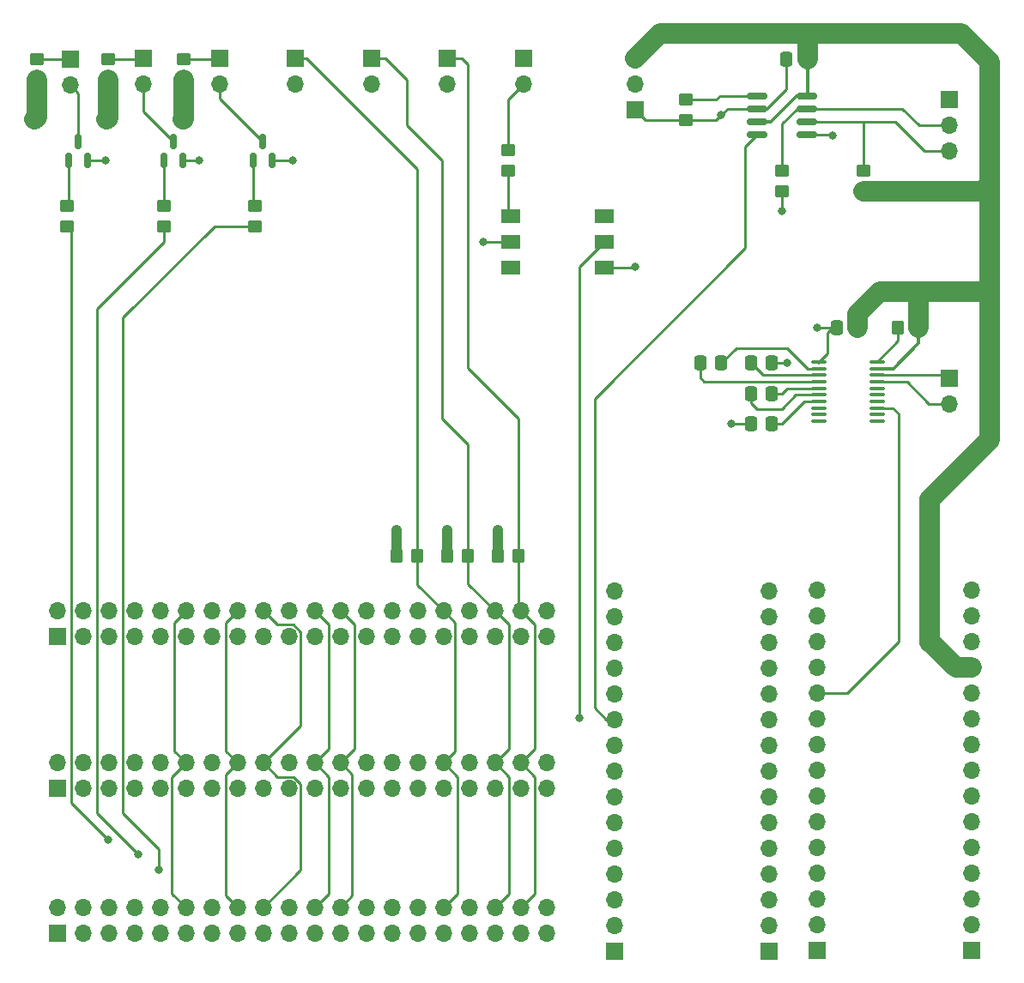
<source format=gbr>
%TF.GenerationSoftware,KiCad,Pcbnew,(5.99.0-11144-gea0c162604)*%
%TF.CreationDate,2021-09-24T14:59:39-05:00*%
%TF.ProjectId,The-Force-V2,5468652d-466f-4726-9365-2d56322e6b69,rev?*%
%TF.SameCoordinates,Original*%
%TF.FileFunction,Copper,L1,Top*%
%TF.FilePolarity,Positive*%
%FSLAX46Y46*%
G04 Gerber Fmt 4.6, Leading zero omitted, Abs format (unit mm)*
G04 Created by KiCad (PCBNEW (5.99.0-11144-gea0c162604)) date 2021-09-24 14:59:39*
%MOMM*%
%LPD*%
G01*
G04 APERTURE LIST*
G04 Aperture macros list*
%AMRoundRect*
0 Rectangle with rounded corners*
0 $1 Rounding radius*
0 $2 $3 $4 $5 $6 $7 $8 $9 X,Y pos of 4 corners*
0 Add a 4 corners polygon primitive as box body*
4,1,4,$2,$3,$4,$5,$6,$7,$8,$9,$2,$3,0*
0 Add four circle primitives for the rounded corners*
1,1,$1+$1,$2,$3*
1,1,$1+$1,$4,$5*
1,1,$1+$1,$6,$7*
1,1,$1+$1,$8,$9*
0 Add four rect primitives between the rounded corners*
20,1,$1+$1,$2,$3,$4,$5,0*
20,1,$1+$1,$4,$5,$6,$7,0*
20,1,$1+$1,$6,$7,$8,$9,0*
20,1,$1+$1,$8,$9,$2,$3,0*%
G04 Aperture macros list end*
%TA.AperFunction,SMDPad,CuDef*%
%ADD10RoundRect,0.250000X0.450000X-0.350000X0.450000X0.350000X-0.450000X0.350000X-0.450000X-0.350000X0*%
%TD*%
%TA.AperFunction,ComponentPad*%
%ADD11R,1.700000X1.700000*%
%TD*%
%TA.AperFunction,ComponentPad*%
%ADD12O,1.700000X1.700000*%
%TD*%
%TA.AperFunction,SMDPad,CuDef*%
%ADD13RoundRect,0.250000X-0.337500X-0.475000X0.337500X-0.475000X0.337500X0.475000X-0.337500X0.475000X0*%
%TD*%
%TA.AperFunction,SMDPad,CuDef*%
%ADD14RoundRect,0.250000X-0.450000X0.350000X-0.450000X-0.350000X0.450000X-0.350000X0.450000X0.350000X0*%
%TD*%
%TA.AperFunction,SMDPad,CuDef*%
%ADD15RoundRect,0.250000X0.337500X0.475000X-0.337500X0.475000X-0.337500X-0.475000X0.337500X-0.475000X0*%
%TD*%
%TA.AperFunction,SMDPad,CuDef*%
%ADD16RoundRect,0.250000X-0.350000X-0.450000X0.350000X-0.450000X0.350000X0.450000X-0.350000X0.450000X0*%
%TD*%
%TA.AperFunction,SMDPad,CuDef*%
%ADD17RoundRect,0.100000X-0.637500X-0.100000X0.637500X-0.100000X0.637500X0.100000X-0.637500X0.100000X0*%
%TD*%
%TA.AperFunction,SMDPad,CuDef*%
%ADD18RoundRect,0.250000X0.350000X0.450000X-0.350000X0.450000X-0.350000X-0.450000X0.350000X-0.450000X0*%
%TD*%
%TA.AperFunction,SMDPad,CuDef*%
%ADD19RoundRect,0.150000X0.150000X-0.587500X0.150000X0.587500X-0.150000X0.587500X-0.150000X-0.587500X0*%
%TD*%
%TA.AperFunction,SMDPad,CuDef*%
%ADD20RoundRect,0.150000X-0.825000X-0.150000X0.825000X-0.150000X0.825000X0.150000X-0.825000X0.150000X0*%
%TD*%
%TA.AperFunction,SMDPad,CuDef*%
%ADD21R,1.944599X1.345400*%
%TD*%
%TA.AperFunction,ViaPad*%
%ADD22C,0.800000*%
%TD*%
%TA.AperFunction,Conductor*%
%ADD23C,2.000000*%
%TD*%
%TA.AperFunction,Conductor*%
%ADD24C,0.250000*%
%TD*%
%TA.AperFunction,Conductor*%
%ADD25C,0.300000*%
%TD*%
%TA.AperFunction,Conductor*%
%ADD26C,1.000000*%
%TD*%
G04 APERTURE END LIST*
D10*
%TO.P,R5,1*%
%TO.N,+5V*%
X117500000Y-57000000D03*
%TO.P,R5,2*%
%TO.N,Net-(J13-Pad1)*%
X117500000Y-55000000D03*
%TD*%
D11*
%TO.P,J10,1,Pin_1*%
%TO.N,GND*%
X162000000Y-60000000D03*
D12*
%TO.P,J10,2,Pin_2*%
%TO.N,+12V*%
X162000000Y-57460000D03*
%TO.P,J10,3,Pin_3*%
%TO.N,+5V*%
X162000000Y-54920000D03*
%TD*%
D11*
%TO.P,J17,1,Pin_1*%
%TO.N,unconnected-(J17-Pad1)*%
X180000000Y-143000000D03*
D12*
%TO.P,J17,2,Pin_2*%
%TO.N,unconnected-(J17-Pad2)*%
X180000000Y-140460000D03*
%TO.P,J17,3,Pin_3*%
%TO.N,COMM_BIT_4*%
X180000000Y-137920000D03*
%TO.P,J17,4,Pin_4*%
%TO.N,COMM_BIT_3*%
X180000000Y-135380000D03*
%TO.P,J17,5,Pin_5*%
%TO.N,COMM_BIT_2*%
X180000000Y-132840000D03*
%TO.P,J17,6,Pin_6*%
%TO.N,COMM_BIT_1*%
X180000000Y-130300000D03*
%TO.P,J17,7,Pin_7*%
%TO.N,COMM_BIT_0*%
X180000000Y-127760000D03*
%TO.P,J17,8,Pin_8*%
%TO.N,unconnected-(J17-Pad8)*%
X180000000Y-125220000D03*
%TO.P,J17,9,Pin_9*%
%TO.N,unconnected-(J17-Pad9)*%
X180000000Y-122680000D03*
%TO.P,J17,10,Pin_10*%
%TO.N,DMX_DATA*%
X180000000Y-120140000D03*
%TO.P,J17,11,Pin_11*%
%TO.N,RS_232_DATA*%
X180000000Y-117600000D03*
%TO.P,J17,12,Pin_12*%
%TO.N,GND*%
X180000000Y-115060000D03*
%TO.P,J17,13,Pin_13*%
%TO.N,unconnected-(J17-Pad13)*%
X180000000Y-112520000D03*
%TO.P,J17,14,Pin_14*%
%TO.N,unconnected-(J17-Pad14)*%
X180000000Y-109980000D03*
%TO.P,J17,15,Pin_15*%
%TO.N,unconnected-(J17-Pad15)*%
X180000000Y-107440000D03*
%TD*%
D11*
%TO.P,J16,1,Pin_1*%
%TO.N,unconnected-(J16-Pad1)*%
X175240000Y-143020000D03*
D12*
%TO.P,J16,2,Pin_2*%
%TO.N,unconnected-(J16-Pad2)*%
X175240000Y-140480000D03*
%TO.P,J16,3,Pin_3*%
%TO.N,unconnected-(J16-Pad3)*%
X175240000Y-137940000D03*
%TO.P,J16,4,Pin_4*%
%TO.N,unconnected-(J16-Pad4)*%
X175240000Y-135400000D03*
%TO.P,J16,5,Pin_5*%
%TO.N,unconnected-(J16-Pad5)*%
X175240000Y-132860000D03*
%TO.P,J16,6,Pin_6*%
%TO.N,unconnected-(J16-Pad6)*%
X175240000Y-130320000D03*
%TO.P,J16,7,Pin_7*%
%TO.N,unconnected-(J16-Pad7)*%
X175240000Y-127780000D03*
%TO.P,J16,8,Pin_8*%
%TO.N,unconnected-(J16-Pad8)*%
X175240000Y-125240000D03*
%TO.P,J16,9,Pin_9*%
%TO.N,unconnected-(J16-Pad9)*%
X175240000Y-122700000D03*
%TO.P,J16,10,Pin_10*%
%TO.N,unconnected-(J16-Pad10)*%
X175240000Y-120160000D03*
%TO.P,J16,11,Pin_11*%
%TO.N,unconnected-(J16-Pad11)*%
X175240000Y-117620000D03*
%TO.P,J16,12,Pin_12*%
%TO.N,+5V*%
X175240000Y-115080000D03*
%TO.P,J16,13,Pin_13*%
%TO.N,unconnected-(J16-Pad13)*%
X175240000Y-112540000D03*
%TO.P,J16,14,Pin_14*%
%TO.N,GND*%
X175240000Y-110000000D03*
%TO.P,J16,15,Pin_15*%
%TO.N,unconnected-(J16-Pad15)*%
X175240000Y-107460000D03*
%TD*%
D13*
%TO.P,C1,1*%
%TO.N,GND*%
X176925000Y-55000000D03*
%TO.P,C1,2*%
%TO.N,+5V*%
X179000000Y-55000000D03*
%TD*%
D14*
%TO.P,R11,1*%
%TO.N,Net-(R11-Pad1)*%
X167000000Y-59000000D03*
%TO.P,R11,2*%
%TO.N,GND*%
X167000000Y-61000000D03*
%TD*%
D10*
%TO.P,R2,1*%
%TO.N,LED_ON*%
X106000000Y-71500000D03*
%TO.P,R2,2*%
%TO.N,Net-(Q1-Pad1)*%
X106000000Y-69500000D03*
%TD*%
D11*
%TO.P,J2,1,Pin_1*%
%TO.N,+3V3*%
X105000000Y-127000000D03*
D12*
%TO.P,J2,2,Pin_2*%
%TO.N,+5V*%
X105000000Y-124460000D03*
%TO.P,J2,3,Pin_3*%
%TO.N,unconnected-(J2-Pad3)*%
X107540000Y-127000000D03*
%TO.P,J2,4,Pin_4*%
%TO.N,+5V*%
X107540000Y-124460000D03*
%TO.P,J2,5,Pin_5*%
%TO.N,unconnected-(J2-Pad5)*%
X110080000Y-127000000D03*
%TO.P,J2,6,Pin_6*%
%TO.N,GND*%
X110080000Y-124460000D03*
%TO.P,J2,7,Pin_7*%
%TO.N,unconnected-(J2-Pad7)*%
X112620000Y-127000000D03*
%TO.P,J2,8,Pin_8*%
%TO.N,unconnected-(J2-Pad8)*%
X112620000Y-124460000D03*
%TO.P,J2,9,Pin_9*%
%TO.N,GND*%
X115160000Y-127000000D03*
%TO.P,J2,10,Pin_10*%
%TO.N,unconnected-(J2-Pad10)*%
X115160000Y-124460000D03*
%TO.P,J2,11,Pin_11*%
%TO.N,LED_ON*%
X117700000Y-127000000D03*
%TO.P,J2,12,Pin_12*%
%TO.N,COMM_BIT_0*%
X117700000Y-124460000D03*
%TO.P,J2,13,Pin_13*%
%TO.N,LED_PLAYING*%
X120240000Y-127000000D03*
%TO.P,J2,14,Pin_14*%
%TO.N,GND*%
X120240000Y-124460000D03*
%TO.P,J2,15,Pin_15*%
%TO.N,LED_MUTE*%
X122780000Y-127000000D03*
%TO.P,J2,16,Pin_16*%
%TO.N,COMM_BIT_1*%
X122780000Y-124460000D03*
%TO.P,J2,17,Pin_17*%
%TO.N,+3V3*%
X125320000Y-127000000D03*
%TO.P,J2,18,Pin_18*%
%TO.N,COMM_BIT_2*%
X125320000Y-124460000D03*
%TO.P,J2,19,Pin_19*%
%TO.N,unconnected-(J2-Pad19)*%
X127860000Y-127000000D03*
%TO.P,J2,20,Pin_20*%
%TO.N,GND*%
X127860000Y-124460000D03*
%TO.P,J2,21,Pin_21*%
%TO.N,unconnected-(J2-Pad21)*%
X130400000Y-127000000D03*
%TO.P,J2,22,Pin_22*%
%TO.N,COMM_BIT_3*%
X130400000Y-124460000D03*
%TO.P,J2,23,Pin_23*%
%TO.N,unconnected-(J2-Pad23)*%
X132940000Y-127000000D03*
%TO.P,J2,24,Pin_24*%
%TO.N,COMM_BIT_4*%
X132940000Y-124460000D03*
%TO.P,J2,25,Pin_25*%
%TO.N,GND*%
X135480000Y-127000000D03*
%TO.P,J2,26,Pin_26*%
%TO.N,unconnected-(J2-Pad26)*%
X135480000Y-124460000D03*
%TO.P,J2,27,Pin_27*%
%TO.N,unconnected-(J2-Pad27)*%
X138020000Y-127000000D03*
%TO.P,J2,28,Pin_28*%
%TO.N,unconnected-(J2-Pad28)*%
X138020000Y-124460000D03*
%TO.P,J2,29,Pin_29*%
%TO.N,unconnected-(J2-Pad29)*%
X140560000Y-127000000D03*
%TO.P,J2,30,Pin_30*%
%TO.N,GND*%
X140560000Y-124460000D03*
%TO.P,J2,31,Pin_31*%
X143100000Y-127000000D03*
%TO.P,J2,32,Pin_32*%
%TO.N,REBOOT*%
X143100000Y-124460000D03*
%TO.P,J2,33,Pin_33*%
%TO.N,unconnected-(J2-Pad33)*%
X145640000Y-127000000D03*
%TO.P,J2,34,Pin_34*%
%TO.N,GND*%
X145640000Y-124460000D03*
%TO.P,J2,35,Pin_35*%
%TO.N,unconnected-(J2-Pad35)*%
X148180000Y-127000000D03*
%TO.P,J2,36,Pin_36*%
%TO.N,SHUTDOWN*%
X148180000Y-124460000D03*
%TO.P,J2,37,Pin_37*%
%TO.N,START_BUTTON*%
X150720000Y-127000000D03*
%TO.P,J2,38,Pin_38*%
%TO.N,MUTE*%
X150720000Y-124460000D03*
%TO.P,J2,39,Pin_39*%
%TO.N,GND*%
X153260000Y-127000000D03*
%TO.P,J2,40,Pin_40*%
%TO.N,unconnected-(J2-Pad40)*%
X153260000Y-124460000D03*
%TD*%
D13*
%TO.P,C6,1*%
%TO.N,GND*%
X181900000Y-81500000D03*
%TO.P,C6,2*%
%TO.N,+5V*%
X183975000Y-81500000D03*
%TD*%
D11*
%TO.P,J8,1,Pin_1*%
%TO.N,SHUTDOWN*%
X136000000Y-54920000D03*
D12*
%TO.P,J8,2,Pin_2*%
%TO.N,GND*%
X136000000Y-57460000D03*
%TD*%
D10*
%TO.P,R3,1*%
%TO.N,+5V*%
X110000000Y-57000000D03*
%TO.P,R3,2*%
%TO.N,Net-(J12-Pad1)*%
X110000000Y-55000000D03*
%TD*%
%TO.P,R6,1*%
%TO.N,LED_MUTE*%
X124500000Y-71500000D03*
%TO.P,R6,2*%
%TO.N,Net-(Q3-Pad1)*%
X124500000Y-69500000D03*
%TD*%
D15*
%TO.P,C5,1*%
%TO.N,GND*%
X175500000Y-85000000D03*
%TO.P,C5,2*%
%TO.N,/DMX_RS232/V+*%
X173425000Y-85000000D03*
%TD*%
D16*
%TO.P,R9,1*%
%TO.N,+3V3*%
X143500000Y-104000000D03*
%TO.P,R9,2*%
%TO.N,SHUTDOWN*%
X145500000Y-104000000D03*
%TD*%
D11*
%TO.P,J3,1,Pin_1*%
%TO.N,+3V3*%
X105000000Y-112000000D03*
D12*
%TO.P,J3,2,Pin_2*%
%TO.N,+5V*%
X105000000Y-109460000D03*
%TO.P,J3,3,Pin_3*%
%TO.N,unconnected-(J3-Pad3)*%
X107540000Y-112000000D03*
%TO.P,J3,4,Pin_4*%
%TO.N,+5V*%
X107540000Y-109460000D03*
%TO.P,J3,5,Pin_5*%
%TO.N,unconnected-(J3-Pad5)*%
X110080000Y-112000000D03*
%TO.P,J3,6,Pin_6*%
%TO.N,GND*%
X110080000Y-109460000D03*
%TO.P,J3,7,Pin_7*%
%TO.N,unconnected-(J3-Pad7)*%
X112620000Y-112000000D03*
%TO.P,J3,8,Pin_8*%
%TO.N,unconnected-(J3-Pad8)*%
X112620000Y-109460000D03*
%TO.P,J3,9,Pin_9*%
%TO.N,GND*%
X115160000Y-112000000D03*
%TO.P,J3,10,Pin_10*%
%TO.N,unconnected-(J3-Pad10)*%
X115160000Y-109460000D03*
%TO.P,J3,11,Pin_11*%
%TO.N,unconnected-(J3-Pad11)*%
X117700000Y-112000000D03*
%TO.P,J3,12,Pin_12*%
%TO.N,COMM_BIT_0*%
X117700000Y-109460000D03*
%TO.P,J3,13,Pin_13*%
%TO.N,unconnected-(J3-Pad13)*%
X120240000Y-112000000D03*
%TO.P,J3,14,Pin_14*%
%TO.N,GND*%
X120240000Y-109460000D03*
%TO.P,J3,15,Pin_15*%
%TO.N,unconnected-(J3-Pad15)*%
X122780000Y-112000000D03*
%TO.P,J3,16,Pin_16*%
%TO.N,COMM_BIT_1*%
X122780000Y-109460000D03*
%TO.P,J3,17,Pin_17*%
%TO.N,+3V3*%
X125320000Y-112000000D03*
%TO.P,J3,18,Pin_18*%
%TO.N,COMM_BIT_2*%
X125320000Y-109460000D03*
%TO.P,J3,19,Pin_19*%
%TO.N,unconnected-(J3-Pad19)*%
X127860000Y-112000000D03*
%TO.P,J3,20,Pin_20*%
%TO.N,GND*%
X127860000Y-109460000D03*
%TO.P,J3,21,Pin_21*%
%TO.N,unconnected-(J3-Pad21)*%
X130400000Y-112000000D03*
%TO.P,J3,22,Pin_22*%
%TO.N,COMM_BIT_3*%
X130400000Y-109460000D03*
%TO.P,J3,23,Pin_23*%
%TO.N,unconnected-(J3-Pad23)*%
X132940000Y-112000000D03*
%TO.P,J3,24,Pin_24*%
%TO.N,COMM_BIT_4*%
X132940000Y-109460000D03*
%TO.P,J3,25,Pin_25*%
%TO.N,GND*%
X135480000Y-112000000D03*
%TO.P,J3,26,Pin_26*%
%TO.N,unconnected-(J3-Pad26)*%
X135480000Y-109460000D03*
%TO.P,J3,27,Pin_27*%
%TO.N,unconnected-(J3-Pad27)*%
X138020000Y-112000000D03*
%TO.P,J3,28,Pin_28*%
%TO.N,unconnected-(J3-Pad28)*%
X138020000Y-109460000D03*
%TO.P,J3,29,Pin_29*%
%TO.N,unconnected-(J3-Pad29)*%
X140560000Y-112000000D03*
%TO.P,J3,30,Pin_30*%
%TO.N,GND*%
X140560000Y-109460000D03*
%TO.P,J3,31,Pin_31*%
%TO.N,unconnected-(J3-Pad31)*%
X143100000Y-112000000D03*
%TO.P,J3,32,Pin_32*%
%TO.N,REBOOT*%
X143100000Y-109460000D03*
%TO.P,J3,33,Pin_33*%
%TO.N,GND*%
X145640000Y-112000000D03*
%TO.P,J3,34,Pin_34*%
X145640000Y-109460000D03*
%TO.P,J3,35,Pin_35*%
%TO.N,unconnected-(J3-Pad35)*%
X148180000Y-112000000D03*
%TO.P,J3,36,Pin_36*%
%TO.N,SHUTDOWN*%
X148180000Y-109460000D03*
%TO.P,J3,37,Pin_37*%
%TO.N,unconnected-(J3-Pad37)*%
X150720000Y-112000000D03*
%TO.P,J3,38,Pin_38*%
%TO.N,MUTE*%
X150720000Y-109460000D03*
%TO.P,J3,39,Pin_39*%
%TO.N,GND*%
X153260000Y-112000000D03*
%TO.P,J3,40,Pin_40*%
%TO.N,unconnected-(J3-Pad40)*%
X153260000Y-109460000D03*
%TD*%
D17*
%TO.P,U2,1,\u002AEN*%
%TO.N,GND*%
X180137500Y-84875000D03*
%TO.P,U2,2,C1+*%
%TO.N,Net-(C2-Pad2)*%
X180137500Y-85525000D03*
%TO.P,U2,3,V+*%
%TO.N,/DMX_RS232/V+*%
X180137500Y-86175000D03*
%TO.P,U2,4,C1-*%
%TO.N,Net-(C2-Pad1)*%
X180137500Y-86825000D03*
%TO.P,U2,5,C2+*%
%TO.N,Net-(C3-Pad2)*%
X180137500Y-87475000D03*
%TO.P,U2,6,C2-*%
%TO.N,Net-(C3-Pad1)*%
X180137500Y-88125000D03*
%TO.P,U2,7,V-*%
%TO.N,Net-(C4-Pad2)*%
X180137500Y-88775000D03*
%TO.P,U2,8,T2OUT*%
%TO.N,unconnected-(U2-Pad8)*%
X180137500Y-89425000D03*
%TO.P,U2,9,R2IN*%
%TO.N,unconnected-(U2-Pad9)*%
X180137500Y-90075000D03*
%TO.P,U2,10,R2OUT*%
%TO.N,unconnected-(U2-Pad10)*%
X180137500Y-90725000D03*
%TO.P,U2,11,NC*%
%TO.N,unconnected-(U2-Pad11)*%
X185862500Y-90725000D03*
%TO.P,U2,12,T2IN*%
%TO.N,unconnected-(U2-Pad12)*%
X185862500Y-90075000D03*
%TO.P,U2,13,T1IN*%
%TO.N,RS_232_DATA*%
X185862500Y-89425000D03*
%TO.P,U2,14,NC*%
%TO.N,unconnected-(U2-Pad14)*%
X185862500Y-88775000D03*
%TO.P,U2,15,R1OUT*%
%TO.N,unconnected-(U2-Pad15)*%
X185862500Y-88125000D03*
%TO.P,U2,16,R1IN*%
%TO.N,unconnected-(U2-Pad16)*%
X185862500Y-87475000D03*
%TO.P,U2,17,T1OUT*%
%TO.N,RS232_OUT*%
X185862500Y-86825000D03*
%TO.P,U2,18,GND*%
%TO.N,GND*%
X185862500Y-86175000D03*
%TO.P,U2,19,VCC*%
%TO.N,+5V*%
X185862500Y-85525000D03*
%TO.P,U2,20,\u002ASHDN*%
%TO.N,Net-(R12-Pad2)*%
X185862500Y-84875000D03*
%TD*%
D18*
%TO.P,R12,1*%
%TO.N,+5V*%
X189950000Y-81500000D03*
%TO.P,R12,2*%
%TO.N,Net-(R12-Pad2)*%
X187950000Y-81500000D03*
%TD*%
D10*
%TO.P,R4,1*%
%TO.N,LED_PLAYING*%
X115500000Y-71500000D03*
%TO.P,R4,2*%
%TO.N,Net-(Q2-Pad1)*%
X115500000Y-69500000D03*
%TD*%
D11*
%TO.P,J5,1,Pin_1*%
%TO.N,+12V*%
X151000000Y-54920000D03*
D12*
%TO.P,J5,2,Pin_2*%
%TO.N,Net-(J5-Pad2)*%
X151000000Y-57460000D03*
%TD*%
D11*
%TO.P,J13,1,Pin_1*%
%TO.N,Net-(J13-Pad1)*%
X121000000Y-54920000D03*
D12*
%TO.P,J13,2,Pin_2*%
%TO.N,Net-(J13-Pad2)*%
X121000000Y-57460000D03*
%TD*%
D13*
%TO.P,C2,1*%
%TO.N,Net-(C2-Pad1)*%
X168425000Y-85000000D03*
%TO.P,C2,2*%
%TO.N,Net-(C2-Pad2)*%
X170500000Y-85000000D03*
%TD*%
D19*
%TO.P,Q2,1,B*%
%TO.N,Net-(Q2-Pad1)*%
X115500000Y-65000000D03*
%TO.P,Q2,2,E*%
%TO.N,GND*%
X117400000Y-65000000D03*
%TO.P,Q2,3,C*%
%TO.N,Net-(J12-Pad2)*%
X116450000Y-63125000D03*
%TD*%
D11*
%TO.P,J9,1,Pin_1*%
%TO.N,MUTE*%
X143500000Y-54920000D03*
D12*
%TO.P,J9,2,Pin_2*%
%TO.N,GND*%
X143500000Y-57460000D03*
%TD*%
D10*
%TO.P,R1,1*%
%TO.N,+5V*%
X103000000Y-57000000D03*
%TO.P,R1,2*%
%TO.N,Net-(J11-Pad1)*%
X103000000Y-55000000D03*
%TD*%
D11*
%TO.P,J12,1,Pin_1*%
%TO.N,Net-(J12-Pad1)*%
X113500000Y-54920000D03*
D12*
%TO.P,J12,2,Pin_2*%
%TO.N,Net-(J12-Pad2)*%
X113500000Y-57460000D03*
%TD*%
D11*
%TO.P,J15,1,Pin_1*%
%TO.N,unconnected-(J15-Pad1)*%
X160000000Y-143020000D03*
D12*
%TO.P,J15,2,Pin_2*%
%TO.N,unconnected-(J15-Pad2)*%
X160000000Y-140480000D03*
%TO.P,J15,3,Pin_3*%
%TO.N,COMM_BIT_4*%
X160000000Y-137940000D03*
%TO.P,J15,4,Pin_4*%
%TO.N,COMM_BIT_3*%
X160000000Y-135400000D03*
%TO.P,J15,5,Pin_5*%
%TO.N,COMM_BIT_2*%
X160000000Y-132860000D03*
%TO.P,J15,6,Pin_6*%
%TO.N,COMM_BIT_1*%
X160000000Y-130320000D03*
%TO.P,J15,7,Pin_7*%
%TO.N,COMM_BIT_0*%
X160000000Y-127780000D03*
%TO.P,J15,8,Pin_8*%
%TO.N,unconnected-(J15-Pad8)*%
X160000000Y-125240000D03*
%TO.P,J15,9,Pin_9*%
%TO.N,unconnected-(J15-Pad9)*%
X160000000Y-122700000D03*
%TO.P,J15,10,Pin_10*%
%TO.N,DMX_DATA*%
X160000000Y-120160000D03*
%TO.P,J15,11,Pin_11*%
%TO.N,RS_232_DATA*%
X160000000Y-117620000D03*
%TO.P,J15,12,Pin_12*%
%TO.N,GND*%
X160000000Y-115080000D03*
%TO.P,J15,13,Pin_13*%
%TO.N,unconnected-(J15-Pad13)*%
X160000000Y-112540000D03*
%TO.P,J15,14,Pin_14*%
%TO.N,unconnected-(J15-Pad14)*%
X160000000Y-110000000D03*
%TO.P,J15,15,Pin_15*%
%TO.N,unconnected-(J15-Pad15)*%
X160000000Y-107460000D03*
%TD*%
D11*
%TO.P,J4,1*%
%TO.N,GND*%
X193000000Y-59000000D03*
D12*
%TO.P,J4,2*%
%TO.N,DMXB*%
X193000000Y-61540000D03*
%TO.P,J4,3*%
%TO.N,DMXA*%
X193000000Y-64080000D03*
%TD*%
D19*
%TO.P,Q3,1,B*%
%TO.N,Net-(Q3-Pad1)*%
X124300000Y-65000000D03*
%TO.P,Q3,2,E*%
%TO.N,GND*%
X126200000Y-65000000D03*
%TO.P,Q3,3,C*%
%TO.N,Net-(J13-Pad2)*%
X125250000Y-63125000D03*
%TD*%
D13*
%TO.P,C3,1*%
%TO.N,Net-(C3-Pad1)*%
X173425000Y-88000000D03*
%TO.P,C3,2*%
%TO.N,Net-(C3-Pad2)*%
X175500000Y-88000000D03*
%TD*%
D11*
%TO.P,J1,1,Pin_1*%
%TO.N,+3V3*%
X105000000Y-141275000D03*
D12*
%TO.P,J1,2,Pin_2*%
%TO.N,+5V*%
X105000000Y-138735000D03*
%TO.P,J1,3,Pin_3*%
%TO.N,unconnected-(J1-Pad3)*%
X107540000Y-141275000D03*
%TO.P,J1,4,Pin_4*%
%TO.N,+5V*%
X107540000Y-138735000D03*
%TO.P,J1,5,Pin_5*%
%TO.N,unconnected-(J1-Pad5)*%
X110080000Y-141275000D03*
%TO.P,J1,6,Pin_6*%
%TO.N,GND*%
X110080000Y-138735000D03*
%TO.P,J1,7,Pin_7*%
%TO.N,unconnected-(J1-Pad7)*%
X112620000Y-141275000D03*
%TO.P,J1,8,Pin_8*%
%TO.N,unconnected-(J1-Pad8)*%
X112620000Y-138735000D03*
%TO.P,J1,9,Pin_9*%
%TO.N,GND*%
X115160000Y-141275000D03*
%TO.P,J1,10,Pin_10*%
%TO.N,unconnected-(J1-Pad10)*%
X115160000Y-138735000D03*
%TO.P,J1,11,Pin_11*%
%TO.N,unconnected-(J1-Pad11)*%
X117700000Y-141275000D03*
%TO.P,J1,12,Pin_12*%
%TO.N,COMM_BIT_0*%
X117700000Y-138735000D03*
%TO.P,J1,13,Pin_13*%
%TO.N,unconnected-(J1-Pad13)*%
X120240000Y-141275000D03*
%TO.P,J1,14,Pin_14*%
%TO.N,GND*%
X120240000Y-138735000D03*
%TO.P,J1,15,Pin_15*%
%TO.N,unconnected-(J1-Pad15)*%
X122780000Y-141275000D03*
%TO.P,J1,16,Pin_16*%
%TO.N,COMM_BIT_1*%
X122780000Y-138735000D03*
%TO.P,J1,17,Pin_17*%
%TO.N,+3V3*%
X125320000Y-141275000D03*
%TO.P,J1,18,Pin_18*%
%TO.N,COMM_BIT_2*%
X125320000Y-138735000D03*
%TO.P,J1,19,Pin_19*%
%TO.N,unconnected-(J1-Pad19)*%
X127860000Y-141275000D03*
%TO.P,J1,20,Pin_20*%
%TO.N,GND*%
X127860000Y-138735000D03*
%TO.P,J1,21,Pin_21*%
%TO.N,unconnected-(J1-Pad21)*%
X130400000Y-141275000D03*
%TO.P,J1,22,Pin_22*%
%TO.N,COMM_BIT_3*%
X130400000Y-138735000D03*
%TO.P,J1,23,Pin_23*%
%TO.N,unconnected-(J1-Pad23)*%
X132940000Y-141275000D03*
%TO.P,J1,24,Pin_24*%
%TO.N,COMM_BIT_4*%
X132940000Y-138735000D03*
%TO.P,J1,25,Pin_25*%
%TO.N,GND*%
X135480000Y-141275000D03*
%TO.P,J1,26,Pin_26*%
%TO.N,unconnected-(J1-Pad26)*%
X135480000Y-138735000D03*
%TO.P,J1,27,Pin_27*%
%TO.N,unconnected-(J1-Pad27)*%
X138020000Y-141275000D03*
%TO.P,J1,28,Pin_28*%
%TO.N,unconnected-(J1-Pad28)*%
X138020000Y-138735000D03*
%TO.P,J1,29,Pin_29*%
%TO.N,GND*%
X140560000Y-141275000D03*
%TO.P,J1,30,Pin_30*%
X140560000Y-138735000D03*
%TO.P,J1,31,Pin_31*%
%TO.N,unconnected-(J1-Pad31)*%
X143100000Y-141275000D03*
%TO.P,J1,32,Pin_32*%
%TO.N,REBOOT*%
X143100000Y-138735000D03*
%TO.P,J1,33,Pin_33*%
%TO.N,unconnected-(J1-Pad33)*%
X145640000Y-141275000D03*
%TO.P,J1,34,Pin_34*%
%TO.N,GND*%
X145640000Y-138735000D03*
%TO.P,J1,35,Pin_35*%
%TO.N,unconnected-(J1-Pad35)*%
X148180000Y-141275000D03*
%TO.P,J1,36,Pin_36*%
%TO.N,SHUTDOWN*%
X148180000Y-138735000D03*
%TO.P,J1,37,Pin_37*%
%TO.N,unconnected-(J1-Pad37)*%
X150720000Y-141275000D03*
%TO.P,J1,38,Pin_38*%
%TO.N,MUTE*%
X150720000Y-138735000D03*
%TO.P,J1,39,Pin_39*%
%TO.N,GND*%
X153260000Y-141275000D03*
%TO.P,J1,40,Pin_40*%
%TO.N,unconnected-(J1-Pad40)*%
X153260000Y-138735000D03*
%TD*%
D14*
%TO.P,R14,1*%
%TO.N,DMXB*%
X176500000Y-66000000D03*
%TO.P,R14,2*%
%TO.N,GND*%
X176500000Y-68000000D03*
%TD*%
D20*
%TO.P,U1,1,R*%
%TO.N,Net-(R11-Pad1)*%
X174025000Y-58595000D03*
%TO.P,U1,2,\u002ARE*%
%TO.N,GND*%
X174025000Y-59865000D03*
%TO.P,U1,3,DE*%
%TO.N,+5V*%
X174025000Y-61135000D03*
%TO.P,U1,4,D*%
%TO.N,DMX_DATA*%
X174025000Y-62405000D03*
%TO.P,U1,5,GND*%
%TO.N,GND*%
X178975000Y-62405000D03*
%TO.P,U1,6,A*%
%TO.N,DMXA*%
X178975000Y-61135000D03*
%TO.P,U1,7,B*%
%TO.N,DMXB*%
X178975000Y-59865000D03*
%TO.P,U1,8,VCC*%
%TO.N,+5V*%
X178975000Y-58595000D03*
%TD*%
D16*
%TO.P,R8,1*%
%TO.N,+3V3*%
X138500000Y-104000000D03*
%TO.P,R8,2*%
%TO.N,REBOOT*%
X140500000Y-104000000D03*
%TD*%
%TO.P,R10,1*%
%TO.N,+3V3*%
X148500000Y-104000000D03*
%TO.P,R10,2*%
%TO.N,MUTE*%
X150500000Y-104000000D03*
%TD*%
D19*
%TO.P,Q1,1,B*%
%TO.N,Net-(Q1-Pad1)*%
X106100000Y-65000000D03*
%TO.P,Q1,2,E*%
%TO.N,GND*%
X108000000Y-65000000D03*
%TO.P,Q1,3,C*%
%TO.N,Net-(J11-Pad2)*%
X107050000Y-63125000D03*
%TD*%
D11*
%TO.P,J7,1,Pin_1*%
%TO.N,REBOOT*%
X128500000Y-54920000D03*
D12*
%TO.P,J7,2,Pin_2*%
%TO.N,GND*%
X128500000Y-57460000D03*
%TD*%
D11*
%TO.P,J6,1,Pin_1*%
%TO.N,GND*%
X193000000Y-86460000D03*
D12*
%TO.P,J6,2,Pin_2*%
%TO.N,RS232_OUT*%
X193000000Y-89000000D03*
%TD*%
D13*
%TO.P,C4,1*%
%TO.N,GND*%
X173425000Y-91000000D03*
%TO.P,C4,2*%
%TO.N,Net-(C4-Pad2)*%
X175500000Y-91000000D03*
%TD*%
D14*
%TO.P,R7,1*%
%TO.N,Net-(J5-Pad2)*%
X149500000Y-64000000D03*
%TO.P,R7,2*%
%TO.N,Net-(R7-Pad2)*%
X149500000Y-66000000D03*
%TD*%
D11*
%TO.P,J14,1,Pin_1*%
%TO.N,unconnected-(J14-Pad1)*%
X195240000Y-142970000D03*
D12*
%TO.P,J14,2,Pin_2*%
%TO.N,unconnected-(J14-Pad2)*%
X195240000Y-140430000D03*
%TO.P,J14,3,Pin_3*%
%TO.N,unconnected-(J14-Pad3)*%
X195240000Y-137890000D03*
%TO.P,J14,4,Pin_4*%
%TO.N,unconnected-(J14-Pad4)*%
X195240000Y-135350000D03*
%TO.P,J14,5,Pin_5*%
%TO.N,unconnected-(J14-Pad5)*%
X195240000Y-132810000D03*
%TO.P,J14,6,Pin_6*%
%TO.N,unconnected-(J14-Pad6)*%
X195240000Y-130270000D03*
%TO.P,J14,7,Pin_7*%
%TO.N,unconnected-(J14-Pad7)*%
X195240000Y-127730000D03*
%TO.P,J14,8,Pin_8*%
%TO.N,unconnected-(J14-Pad8)*%
X195240000Y-125190000D03*
%TO.P,J14,9,Pin_9*%
%TO.N,unconnected-(J14-Pad9)*%
X195240000Y-122650000D03*
%TO.P,J14,10,Pin_10*%
%TO.N,unconnected-(J14-Pad10)*%
X195240000Y-120110000D03*
%TO.P,J14,11,Pin_11*%
%TO.N,unconnected-(J14-Pad11)*%
X195240000Y-117570000D03*
%TO.P,J14,12,Pin_12*%
%TO.N,+5V*%
X195240000Y-115030000D03*
%TO.P,J14,13,Pin_13*%
%TO.N,unconnected-(J14-Pad13)*%
X195240000Y-112490000D03*
%TO.P,J14,14,Pin_14*%
%TO.N,GND*%
X195240000Y-109950000D03*
%TO.P,J14,15,Pin_15*%
%TO.N,unconnected-(J14-Pad15)*%
X195240000Y-107410000D03*
%TD*%
D11*
%TO.P,J11,1,Pin_1*%
%TO.N,Net-(J11-Pad1)*%
X106270000Y-55027500D03*
D12*
%TO.P,J11,2,Pin_2*%
%TO.N,Net-(J11-Pad2)*%
X106270000Y-57567500D03*
%TD*%
D14*
%TO.P,R13,1*%
%TO.N,DMXA*%
X184500000Y-66000000D03*
%TO.P,R13,2*%
%TO.N,+5V*%
X184500000Y-68000000D03*
%TD*%
D21*
%TO.P,TR1,1,1*%
%TO.N,Net-(R7-Pad2)*%
X149779800Y-70460000D03*
%TO.P,TR1,2,2*%
%TO.N,GND*%
X149779800Y-73000000D03*
%TO.P,TR1,3,3*%
%TO.N,unconnected-(TR1-Pad3)*%
X149779800Y-75540000D03*
%TO.P,TR1,4,4*%
%TO.N,GND*%
X159000000Y-75540000D03*
%TO.P,TR1,5,5*%
%TO.N,START_BUTTON*%
X159000000Y-73000000D03*
%TO.P,TR1,6,6*%
%TO.N,unconnected-(TR1-Pad6)*%
X159000000Y-70460000D03*
%TD*%
D22*
%TO.N,GND*%
X147000000Y-73000000D03*
X170500000Y-60500000D03*
X109800000Y-65000000D03*
X180000000Y-81500000D03*
X181500000Y-62500000D03*
X177000000Y-85000000D03*
X119000000Y-65000000D03*
X171500000Y-91000000D03*
X128200000Y-65000000D03*
X176500000Y-70000000D03*
X162000000Y-75500000D03*
%TO.N,+5V*%
X117440000Y-60950000D03*
X109880000Y-60950000D03*
X191080000Y-98470000D03*
X102770000Y-60950000D03*
%TO.N,+3V3*%
X143500000Y-101500000D03*
X138500000Y-101500000D03*
X148500000Y-101500000D03*
%TO.N,LED_ON*%
X110000000Y-132000000D03*
%TO.N,LED_PLAYING*%
X113000000Y-133500000D03*
%TO.N,LED_MUTE*%
X115000000Y-135000000D03*
%TO.N,START_BUTTON*%
X156500000Y-120000000D03*
%TD*%
D23*
%TO.N,+5V*%
X189950000Y-78050000D02*
X190050000Y-77950000D01*
X189950000Y-81500000D02*
X189950000Y-78050000D01*
X190050000Y-77950000D02*
X196550000Y-77950000D01*
X186154538Y-77950000D02*
X190050000Y-77950000D01*
X183975000Y-81500000D02*
X183975000Y-80129538D01*
X196970000Y-77530000D02*
X196970000Y-92580000D01*
X196550000Y-77950000D02*
X196970000Y-77530000D01*
X196970000Y-67300000D02*
X196970000Y-77530000D01*
X183975000Y-80129538D02*
X186154538Y-77950000D01*
X196970000Y-92580000D02*
X191080000Y-98470000D01*
D24*
%TO.N,GND*%
X171135000Y-59865000D02*
X174025000Y-59865000D01*
X173425000Y-91000000D02*
X171500000Y-91000000D01*
X170500000Y-60500000D02*
X171135000Y-59865000D01*
X181900000Y-81500000D02*
X180000000Y-81500000D01*
X181405000Y-62405000D02*
X181500000Y-62500000D01*
X167000000Y-61000000D02*
X170000000Y-61000000D01*
X192715000Y-86175000D02*
X193000000Y-86460000D01*
X117400000Y-65000000D02*
X119000000Y-65000000D01*
X167000000Y-61000000D02*
X163000000Y-61000000D01*
X163000000Y-61000000D02*
X162000000Y-60000000D01*
X176925000Y-55000000D02*
X176925000Y-57940000D01*
X126200000Y-65000000D02*
X128200000Y-65000000D01*
X161960000Y-75540000D02*
X162000000Y-75500000D01*
X178975000Y-62405000D02*
X181405000Y-62405000D01*
X108000000Y-65000000D02*
X109800000Y-65000000D01*
X149779800Y-73000000D02*
X147000000Y-73000000D01*
X175000000Y-59865000D02*
X174025000Y-59865000D01*
X170000000Y-61000000D02*
X170500000Y-60500000D01*
X176500000Y-68000000D02*
X176500000Y-70000000D01*
X180137500Y-84875000D02*
X181000000Y-84012500D01*
X181000000Y-84012500D02*
X181000000Y-82000000D01*
X181500000Y-81500000D02*
X181900000Y-81500000D01*
X175500000Y-85000000D02*
X177000000Y-85000000D01*
X185862500Y-86175000D02*
X192715000Y-86175000D01*
X159000000Y-75540000D02*
X161960000Y-75540000D01*
X176925000Y-57940000D02*
X175000000Y-59865000D01*
X181000000Y-82000000D02*
X181500000Y-81500000D01*
X180012500Y-85000000D02*
X180137500Y-84875000D01*
%TO.N,RS_232_DATA*%
X182920000Y-117580000D02*
X180000000Y-117580000D01*
X188000000Y-90000000D02*
X188000000Y-112500000D01*
X187425000Y-89425000D02*
X188000000Y-90000000D01*
X188000000Y-112500000D02*
X182920000Y-117580000D01*
X185862500Y-89425000D02*
X187425000Y-89425000D01*
%TO.N,DMX_DATA*%
X172840000Y-63590000D02*
X172840000Y-73660000D01*
X158000000Y-119000000D02*
X159160000Y-120160000D01*
X172840000Y-73660000D02*
X158000000Y-88500000D01*
X174025000Y-62405000D02*
X172840000Y-63590000D01*
X159160000Y-120160000D02*
X160000000Y-120160000D01*
X158000000Y-88500000D02*
X158000000Y-119000000D01*
%TO.N,COMM_BIT_0*%
X117700000Y-124460000D02*
X116334511Y-125825489D01*
X116334511Y-137369511D02*
X117700000Y-138735000D01*
X116525489Y-123285489D02*
X117700000Y-124460000D01*
X116334511Y-125825489D02*
X116334511Y-137369511D01*
X116525489Y-110634511D02*
X116525489Y-123285489D01*
X117700000Y-109460000D02*
X116525489Y-110634511D01*
%TO.N,COMM_BIT_1*%
X121605489Y-137560489D02*
X122780000Y-138735000D01*
X121605489Y-123285489D02*
X122780000Y-124460000D01*
X122780000Y-109460000D02*
X121605489Y-110634511D01*
X121605489Y-125634511D02*
X121605489Y-137560489D01*
X121605489Y-110634511D02*
X121605489Y-123285489D01*
X122780000Y-124460000D02*
X121605489Y-125634511D01*
%TO.N,COMM_BIT_2*%
X126685489Y-110825489D02*
X128346499Y-110825489D01*
X128346499Y-125825489D02*
X129034511Y-126513501D01*
X128346499Y-110825489D02*
X129034511Y-111513501D01*
X126685489Y-125825489D02*
X128346499Y-125825489D01*
X129034511Y-111513501D02*
X129034511Y-120745489D01*
X129034511Y-135020489D02*
X125320000Y-138735000D01*
X129034511Y-126513501D02*
X129034511Y-135020489D01*
X125320000Y-109460000D02*
X126685489Y-110825489D01*
X129034511Y-120745489D02*
X125320000Y-124460000D01*
X125320000Y-124460000D02*
X126685489Y-125825489D01*
D23*
%TO.N,+5V*%
X103000000Y-57000000D02*
X103000000Y-60720000D01*
X117500000Y-57000000D02*
X117500000Y-60890000D01*
X103000000Y-60720000D02*
X102770000Y-60950000D01*
D24*
X189950000Y-80800000D02*
X189950000Y-81500000D01*
D23*
X194180000Y-52470000D02*
X196970000Y-55260000D01*
D25*
X189950000Y-82950000D02*
X189950000Y-81500000D01*
D23*
X110000000Y-60830000D02*
X109880000Y-60950000D01*
X179010000Y-53150000D02*
X178330000Y-52470000D01*
X164450000Y-52470000D02*
X162000000Y-54920000D01*
X193660000Y-115030000D02*
X195240000Y-115030000D01*
X196970000Y-55260000D02*
X196970000Y-67300000D01*
X191180000Y-112550000D02*
X193660000Y-115030000D01*
X178330000Y-52470000D02*
X164450000Y-52470000D01*
D25*
X175365000Y-61135000D02*
X177905000Y-58595000D01*
X174025000Y-61135000D02*
X175365000Y-61135000D01*
X177905000Y-58595000D02*
X178975000Y-58595000D01*
D23*
X179000000Y-54205498D02*
X179010000Y-54195498D01*
D25*
X187475000Y-85525000D02*
X190000000Y-83000000D01*
D23*
X179000000Y-55000000D02*
X179000000Y-54205498D01*
D25*
X185862500Y-85525000D02*
X187475000Y-85525000D01*
D23*
X110000000Y-57000000D02*
X110000000Y-60830000D01*
X117500000Y-60890000D02*
X117440000Y-60950000D01*
D25*
X179000000Y-58570000D02*
X178975000Y-58595000D01*
D23*
X191080000Y-98470000D02*
X191080000Y-112550000D01*
D24*
X190000000Y-80750000D02*
X189950000Y-80800000D01*
D23*
X196270000Y-68000000D02*
X196970000Y-67300000D01*
X191080000Y-112550000D02*
X191180000Y-112550000D01*
D25*
X179000000Y-55000000D02*
X179000000Y-58570000D01*
D23*
X184500000Y-68000000D02*
X196270000Y-68000000D01*
X178330000Y-52470000D02*
X194180000Y-52470000D01*
D25*
X190000000Y-83000000D02*
X189950000Y-82950000D01*
D23*
X179010000Y-54195498D02*
X179010000Y-53150000D01*
D24*
%TO.N,COMM_BIT_3*%
X131765489Y-110825489D02*
X131765489Y-123094511D01*
X130400000Y-109460000D02*
X131765489Y-110825489D01*
X131765489Y-137369511D02*
X130400000Y-138735000D01*
X130400000Y-124460000D02*
X131765489Y-125825489D01*
X131765489Y-123094511D02*
X130400000Y-124460000D01*
X131765489Y-125825489D02*
X131765489Y-137369511D01*
%TO.N,COMM_BIT_4*%
X132940000Y-124460000D02*
X134114511Y-125634511D01*
X132940000Y-109460000D02*
X134305489Y-110825489D01*
X134114511Y-137560489D02*
X132940000Y-138735000D01*
X134114511Y-125634511D02*
X134114511Y-137560489D01*
X134305489Y-123094511D02*
X132940000Y-124460000D01*
X134305489Y-110825489D02*
X134305489Y-123094511D01*
D26*
%TO.N,+3V3*%
X138500000Y-104000000D02*
X138500000Y-101500000D01*
X143500000Y-104000000D02*
X143500000Y-101500000D01*
X148500000Y-104000000D02*
X148500000Y-101500000D01*
D24*
%TO.N,REBOOT*%
X143100000Y-124460000D02*
X144465489Y-125825489D01*
X140500000Y-100500000D02*
X140500000Y-106860000D01*
X129600000Y-54920000D02*
X140500000Y-65820000D01*
X140500000Y-106860000D02*
X143100000Y-109460000D01*
X143100000Y-109460000D02*
X144274511Y-110634511D01*
X144274511Y-110634511D02*
X144274511Y-123285489D01*
X144274511Y-123285489D02*
X143100000Y-124460000D01*
X144465489Y-137369511D02*
X143100000Y-138735000D01*
X140500000Y-65820000D02*
X140500000Y-100500000D01*
X128500000Y-54920000D02*
X129600000Y-54920000D01*
X144465489Y-125825489D02*
X144465489Y-137369511D01*
%TO.N,SHUTDOWN*%
X143000000Y-65000000D02*
X143000000Y-90500000D01*
X149545489Y-125825489D02*
X149545489Y-137369511D01*
X145500000Y-106780000D02*
X148180000Y-109460000D01*
X148180000Y-124460000D02*
X149545489Y-125825489D01*
X148180000Y-109460000D02*
X149545489Y-110825489D01*
X137420000Y-54920000D02*
X139500000Y-57000000D01*
X149545489Y-123094511D02*
X148180000Y-124460000D01*
X145500000Y-93000000D02*
X145500000Y-100500000D01*
X145500000Y-100500000D02*
X145500000Y-106780000D01*
X139500000Y-57000000D02*
X139500000Y-61500000D01*
X143000000Y-90500000D02*
X145500000Y-93000000D01*
X136000000Y-54920000D02*
X137420000Y-54920000D01*
X149545489Y-110825489D02*
X149545489Y-123094511D01*
X149545489Y-137369511D02*
X148180000Y-138735000D01*
X139500000Y-61500000D02*
X143000000Y-65000000D01*
%TO.N,MUTE*%
X152085489Y-123094511D02*
X150720000Y-124460000D01*
X150500000Y-109240000D02*
X150720000Y-109460000D01*
X152085489Y-110825489D02*
X152085489Y-123094511D01*
X145500000Y-55500000D02*
X145500000Y-85500000D01*
X150720000Y-109460000D02*
X152085489Y-110825489D01*
X150720000Y-124460000D02*
X152085489Y-125825489D01*
X152085489Y-137369511D02*
X150720000Y-138735000D01*
X152085489Y-125825489D02*
X152085489Y-137369511D01*
X144920000Y-54920000D02*
X145500000Y-55500000D01*
X143500000Y-54920000D02*
X144920000Y-54920000D01*
X150500000Y-90500000D02*
X150500000Y-100500000D01*
X150500000Y-100500000D02*
X150500000Y-109240000D01*
X145500000Y-85500000D02*
X150500000Y-90500000D01*
%TO.N,LED_ON*%
X106000000Y-71500000D02*
X106365489Y-71865489D01*
X106365489Y-71865489D02*
X106365489Y-128365489D01*
X106365489Y-128365489D02*
X110000000Y-132000000D01*
%TO.N,LED_PLAYING*%
X115500000Y-73000000D02*
X115500000Y-71500000D01*
X108905489Y-129405489D02*
X108905489Y-79594511D01*
X108905489Y-79594511D02*
X115500000Y-73000000D01*
X108905489Y-129405489D02*
X113000000Y-133500000D01*
%TO.N,LED_MUTE*%
X124500000Y-71500000D02*
X120500000Y-71500000D01*
X111445489Y-80554511D02*
X111445489Y-129445489D01*
X111500000Y-80500000D02*
X111445489Y-80554511D01*
X120500000Y-71500000D02*
X111500000Y-80500000D01*
X115000000Y-133000000D02*
X115000000Y-135000000D01*
X111445489Y-129445489D02*
X115000000Y-133000000D01*
%TO.N,DMXB*%
X190040000Y-61540000D02*
X193000000Y-61540000D01*
X178000000Y-59865000D02*
X176500000Y-61365000D01*
X188365000Y-59865000D02*
X190040000Y-61540000D01*
X178975000Y-59865000D02*
X188365000Y-59865000D01*
X178975000Y-59865000D02*
X178000000Y-59865000D01*
X176500000Y-61365000D02*
X176500000Y-66000000D01*
%TO.N,DMXA*%
X190580000Y-64080000D02*
X193000000Y-64080000D01*
X184500000Y-66000000D02*
X184500000Y-61270000D01*
X184500000Y-61270000D02*
X184365000Y-61135000D01*
X178975000Y-61135000D02*
X184365000Y-61135000D01*
X184365000Y-61135000D02*
X187635000Y-61135000D01*
X187635000Y-61135000D02*
X190580000Y-64080000D01*
%TO.N,Net-(J5-Pad2)*%
X149500000Y-64000000D02*
X149500000Y-58960000D01*
X149500000Y-58960000D02*
X151000000Y-57460000D01*
%TO.N,RS232_OUT*%
X185862500Y-86825000D02*
X188825000Y-86825000D01*
X191000000Y-89000000D02*
X193000000Y-89000000D01*
X188825000Y-86825000D02*
X191000000Y-89000000D01*
%TO.N,Net-(J11-Pad1)*%
X106242500Y-55000000D02*
X106270000Y-55027500D01*
X103000000Y-55000000D02*
X106242500Y-55000000D01*
%TO.N,Net-(J11-Pad2)*%
X107050000Y-58347500D02*
X106270000Y-57567500D01*
X107050000Y-63125000D02*
X107050000Y-58347500D01*
%TO.N,Net-(J12-Pad1)*%
X113420000Y-55000000D02*
X113500000Y-54920000D01*
X110000000Y-55000000D02*
X113420000Y-55000000D01*
%TO.N,Net-(J12-Pad2)*%
X113500000Y-57460000D02*
X113500000Y-60175000D01*
X113500000Y-60175000D02*
X116450000Y-63125000D01*
%TO.N,Net-(J13-Pad1)*%
X117500000Y-55000000D02*
X120920000Y-55000000D01*
X120920000Y-55000000D02*
X121000000Y-54920000D01*
%TO.N,Net-(J13-Pad2)*%
X121000000Y-57460000D02*
X121000000Y-58875000D01*
X121000000Y-58875000D02*
X125250000Y-63125000D01*
%TO.N,Net-(R7-Pad2)*%
X149500000Y-66000000D02*
X149500000Y-70180200D01*
X149500000Y-70180200D02*
X149779800Y-70460000D01*
%TO.N,START_BUTTON*%
X159000000Y-73000000D02*
X156500000Y-75500000D01*
X156500000Y-75500000D02*
X156500000Y-120000000D01*
%TO.N,Net-(R11-Pad1)*%
X167000000Y-59000000D02*
X170000000Y-59000000D01*
X170000000Y-59000000D02*
X170405000Y-58595000D01*
X170405000Y-58595000D02*
X174025000Y-58595000D01*
%TO.N,Net-(C2-Pad2)*%
X177000000Y-83500000D02*
X172000000Y-83500000D01*
X179025000Y-85525000D02*
X177000000Y-83500000D01*
X172000000Y-83500000D02*
X170500000Y-85000000D01*
X180137500Y-85525000D02*
X179025000Y-85525000D01*
%TO.N,/DMX_RS232/V+*%
X174600000Y-86175000D02*
X173425000Y-85000000D01*
X180137500Y-86175000D02*
X174600000Y-86175000D01*
%TO.N,Net-(C2-Pad1)*%
X168825000Y-86825000D02*
X168425000Y-86425000D01*
X168425000Y-86425000D02*
X168425000Y-85000000D01*
X180137500Y-86825000D02*
X168825000Y-86825000D01*
%TO.N,Net-(C3-Pad2)*%
X177025000Y-87475000D02*
X180137500Y-87475000D01*
X175500000Y-88000000D02*
X176500000Y-88000000D01*
X176500000Y-88000000D02*
X177025000Y-87475000D01*
%TO.N,Net-(C3-Pad1)*%
X180137500Y-88125000D02*
X177875000Y-88125000D01*
X173425000Y-88925000D02*
X173425000Y-88000000D01*
X174000000Y-89500000D02*
X173425000Y-88925000D01*
X176500000Y-89500000D02*
X174000000Y-89500000D01*
X177875000Y-88125000D02*
X176500000Y-89500000D01*
%TO.N,Net-(C4-Pad2)*%
X176500000Y-91000000D02*
X178725000Y-88775000D01*
X175500000Y-91000000D02*
X176500000Y-91000000D01*
X178725000Y-88775000D02*
X180137500Y-88775000D01*
%TO.N,Net-(R12-Pad2)*%
X185862500Y-84875000D02*
X187950000Y-82787500D01*
X187950000Y-82787500D02*
X187950000Y-81500000D01*
%TO.N,Net-(Q1-Pad1)*%
X106100000Y-69400000D02*
X106000000Y-69500000D01*
X106100000Y-65000000D02*
X106100000Y-69400000D01*
%TO.N,Net-(Q2-Pad1)*%
X115540000Y-69460000D02*
X115500000Y-69500000D01*
X115500000Y-65000000D02*
X115500000Y-69500000D01*
%TO.N,Net-(Q3-Pad1)*%
X124300000Y-69300000D02*
X124500000Y-69500000D01*
X124300000Y-65000000D02*
X124300000Y-69300000D01*
X124270000Y-69270000D02*
X124500000Y-69500000D01*
%TD*%
M02*

</source>
